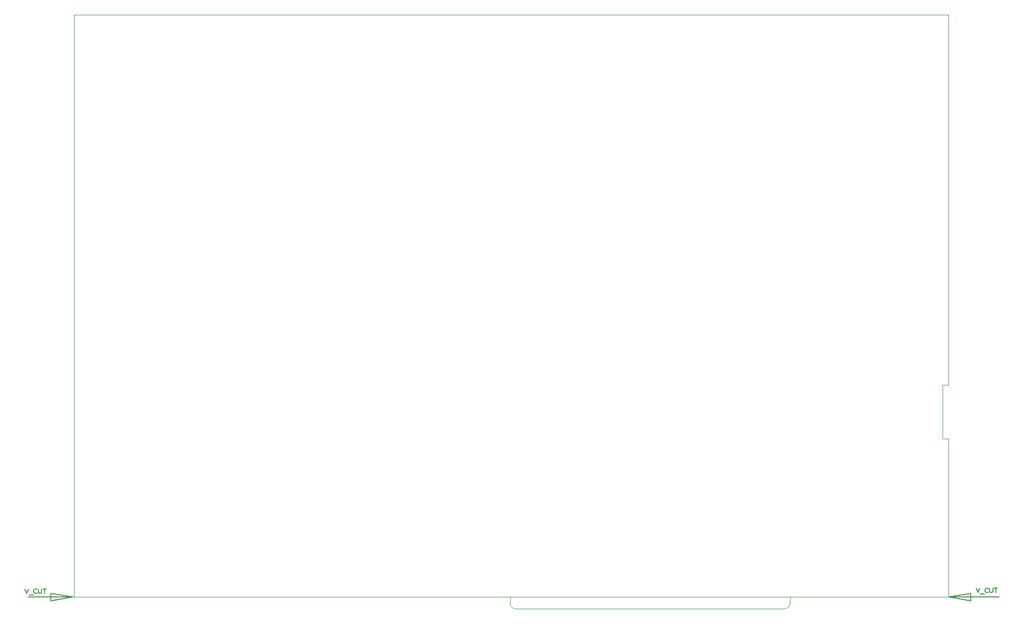
<source format=gbr>
G04 ================== begin FILE IDENTIFICATION RECORD ==================*
G04 Layout Name:  LAY-32221_A1.brd*
G04 Film Name:    PANEL*
G04 File Format:  Gerber RS274X*
G04 File Origin:  Cadence Allegro 16.6-2015-S103*
G04 Origin Date:  Mon Mar 11 10:16:28 2019*
G04 *
G04 Layer:  BOARD GEOMETRY/PANEL*
G04 *
G04 Offset:    (0.00 0.00)*
G04 Mirror:    No*
G04 Mode:      Positive*
G04 Rotation:  0*
G04 FullContactRelief:  No*
G04 UndefLineWidth:     6.00*
G04 ================== end FILE IDENTIFICATION RECORD ====================*
%FSLAX55Y55*MOIN*%
%IR0*IPPOS*OFA0.00000B0.00000*MIA0B0*SFA1.00000B1.00000*%
%ADD10C,.004*%
%ADD11C,.006*%
G75*
%LPD*%
G75*
G54D10*
G01X-16000Y0D02*
X594000D01*
G01X0D02*
Y393700D01*
G01D02*
X590550D01*
G01X290563Y0D02*
X78740D01*
G01X483488D02*
X483500Y-4063D01*
G02X479563Y-8000I-3937J0D01*
G01X298437D01*
G02X294500Y-4063I0J3937D01*
G01Y0D01*
G01X590550D02*
X487437D01*
G01X590550Y107000D02*
Y0D01*
G01X586500Y143500D02*
Y107000D01*
G01D02*
X590550D01*
G01Y393700D02*
Y143500D01*
G01D02*
X586500D01*
G54D11*
G01X-815Y0D02*
X-31000D01*
G01X-15815Y-2500D02*
X-815Y0D01*
X-15815Y2500D01*
Y-2500D01*
G01X605550Y2500D02*
X590550Y0D01*
X605550Y-2500D01*
Y2500D01*
G01X590550Y0D02*
X625000D01*
G01X-33252Y5500D02*
X-32002Y2500D01*
X-30752Y5500D01*
G01X-30501Y1500D02*
X-27501D01*
G01X-24900Y5250D02*
X-25200Y5400D01*
X-25550Y5500D01*
X-25950D01*
X-26400Y5350D01*
X-26750Y5100D01*
X-27000Y4800D01*
X-27200Y4300D01*
X-27250Y3850D01*
X-27150Y3400D01*
X-27000Y3100D01*
X-26700Y2800D01*
X-26350Y2600D01*
X-26000Y2500D01*
X-25650D01*
X-25300Y2600D01*
X-25000Y2750D01*
X-24750Y2950D01*
G01X-24099Y5500D02*
Y3350D01*
X-23899Y2900D01*
X-23499Y2600D01*
X-22999Y2500D01*
X-22499Y2600D01*
X-22099Y2900D01*
X-21899Y3350D01*
Y5500D01*
G01X-19998D02*
Y2500D01*
G01X-21148Y5500D02*
X-18848D01*
G01X609248Y6000D02*
X610498Y3000D01*
X611748Y6000D01*
G01X611999Y2000D02*
X614999D01*
G01X617600Y5750D02*
X617300Y5900D01*
X616950Y6000D01*
X616550D01*
X616100Y5850D01*
X615750Y5600D01*
X615500Y5300D01*
X615300Y4800D01*
X615250Y4350D01*
X615350Y3900D01*
X615500Y3600D01*
X615800Y3300D01*
X616150Y3100D01*
X616500Y3000D01*
X616850D01*
X617200Y3100D01*
X617500Y3250D01*
X617750Y3450D01*
G01X618401Y6000D02*
Y3850D01*
X618601Y3400D01*
X619001Y3100D01*
X619501Y3000D01*
X620001Y3100D01*
X620401Y3400D01*
X620601Y3850D01*
Y6000D01*
G01X622502D02*
Y3000D01*
G01X621352Y6000D02*
X623652D01*
M02*

</source>
